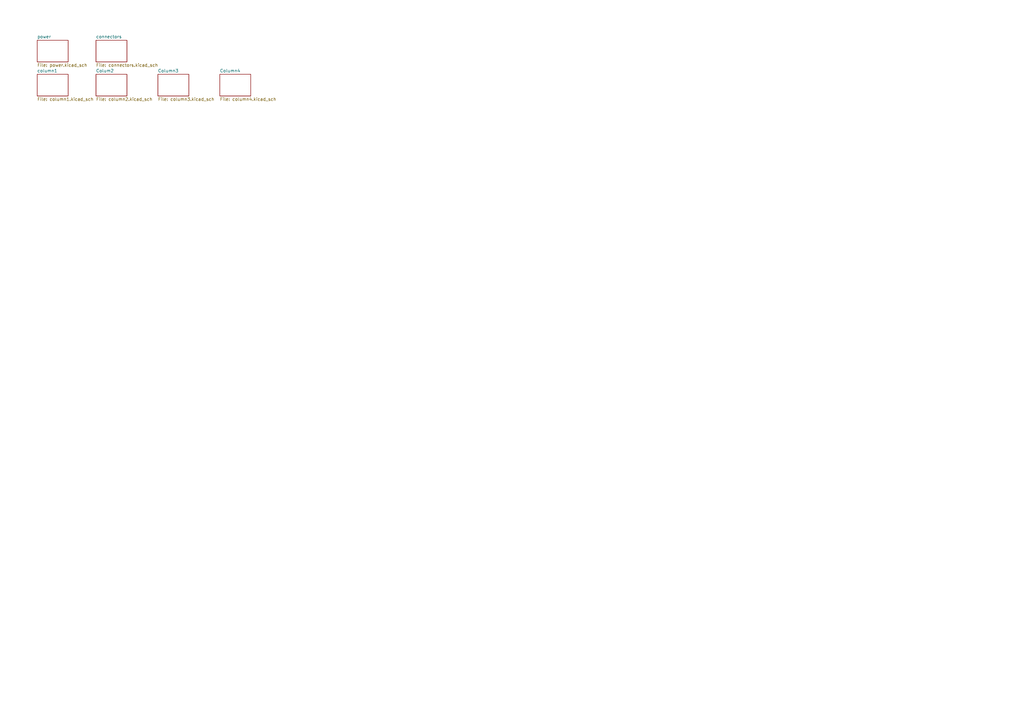
<source format=kicad_sch>
(kicad_sch
	(version 20231120)
	(generator "eeschema")
	(generator_version "8.0")
	(uuid "17f421a5-85fe-4f74-9a6b-706614a1c361")
	(paper "A3")
	(lib_symbols)
	(sheet
		(at 64.77 30.48)
		(size 12.7 8.89)
		(fields_autoplaced yes)
		(stroke
			(width 0.1524)
			(type solid)
		)
		(fill
			(color 0 0 0 0.0000)
		)
		(uuid "03e7195a-8ee7-4a9f-bfa6-1940e269af32")
		(property "Sheetname" "Column3"
			(at 64.77 29.7684 0)
			(effects
				(font
					(size 1.27 1.27)
				)
				(justify left bottom)
			)
		)
		(property "Sheetfile" "column3.kicad_sch"
			(at 64.77 39.9546 0)
			(effects
				(font
					(size 1.27 1.27)
				)
				(justify left top)
			)
		)
		(instances
			(project "template"
				(path "/17f421a5-85fe-4f74-9a6b-706614a1c361"
					(page "6")
				)
			)
		)
	)
	(sheet
		(at 15.24 30.48)
		(size 12.7 8.89)
		(fields_autoplaced yes)
		(stroke
			(width 0.1524)
			(type solid)
		)
		(fill
			(color 0 0 0 0.0000)
		)
		(uuid "2e3836af-c4e4-4fd5-8500-213844b81969")
		(property "Sheetname" "column1"
			(at 15.24 29.7684 0)
			(effects
				(font
					(size 1.27 1.27)
				)
				(justify left bottom)
			)
		)
		(property "Sheetfile" "column1.kicad_sch"
			(at 15.24 39.9546 0)
			(effects
				(font
					(size 1.27 1.27)
				)
				(justify left top)
			)
		)
		(instances
			(project "template"
				(path "/17f421a5-85fe-4f74-9a6b-706614a1c361"
					(page "4")
				)
			)
		)
	)
	(sheet
		(at 39.37 30.48)
		(size 12.7 8.89)
		(fields_autoplaced yes)
		(stroke
			(width 0.1524)
			(type solid)
		)
		(fill
			(color 0 0 0 0.0000)
		)
		(uuid "2e4c9336-7038-43f0-9983-e3b759f2387a")
		(property "Sheetname" "Colum2"
			(at 39.37 29.7684 0)
			(effects
				(font
					(size 1.27 1.27)
				)
				(justify left bottom)
			)
		)
		(property "Sheetfile" "column2.kicad_sch"
			(at 39.37 39.9546 0)
			(effects
				(font
					(size 1.27 1.27)
				)
				(justify left top)
			)
		)
		(instances
			(project "template"
				(path "/17f421a5-85fe-4f74-9a6b-706614a1c361"
					(page "5")
				)
			)
		)
	)
	(sheet
		(at 90.17 30.48)
		(size 12.7 8.89)
		(fields_autoplaced yes)
		(stroke
			(width 0.1524)
			(type solid)
		)
		(fill
			(color 0 0 0 0.0000)
		)
		(uuid "7f3dd7b6-7f3c-4c2e-974d-f42678ef4d9e")
		(property "Sheetname" "Column4"
			(at 90.17 29.7684 0)
			(effects
				(font
					(size 1.27 1.27)
				)
				(justify left bottom)
			)
		)
		(property "Sheetfile" "column4.kicad_sch"
			(at 90.17 39.9546 0)
			(effects
				(font
					(size 1.27 1.27)
				)
				(justify left top)
			)
		)
		(instances
			(project "template"
				(path "/17f421a5-85fe-4f74-9a6b-706614a1c361"
					(page "7")
				)
			)
		)
	)
	(sheet
		(at 15.24 16.51)
		(size 12.7 8.89)
		(fields_autoplaced yes)
		(stroke
			(width 0.1524)
			(type solid)
		)
		(fill
			(color 0 0 0 0.0000)
		)
		(uuid "cefb19f5-f7b8-4f54-b0d6-15e479b90a61")
		(property "Sheetname" "power"
			(at 15.24 15.7984 0)
			(effects
				(font
					(size 1.27 1.27)
				)
				(justify left bottom)
			)
		)
		(property "Sheetfile" "power.kicad_sch"
			(at 15.24 25.9846 0)
			(effects
				(font
					(size 1.27 1.27)
				)
				(justify left top)
			)
		)
		(instances
			(project "template"
				(path "/17f421a5-85fe-4f74-9a6b-706614a1c361"
					(page "2")
				)
			)
		)
	)
	(sheet
		(at 39.37 16.51)
		(size 12.7 8.89)
		(fields_autoplaced yes)
		(stroke
			(width 0.1524)
			(type solid)
		)
		(fill
			(color 0 0 0 0.0000)
		)
		(uuid "f6474fc0-be89-4f98-84c4-e237507530d3")
		(property "Sheetname" "connectors"
			(at 39.37 15.7984 0)
			(effects
				(font
					(size 1.27 1.27)
				)
				(justify left bottom)
			)
		)
		(property "Sheetfile" "connectors.kicad_sch"
			(at 39.37 25.9846 0)
			(effects
				(font
					(size 1.27 1.27)
				)
				(justify left top)
			)
		)
		(instances
			(project "template"
				(path "/17f421a5-85fe-4f74-9a6b-706614a1c361"
					(page "3")
				)
			)
		)
	)
	(sheet_instances
		(path "/"
			(page "1")
		)
	)
)

</source>
